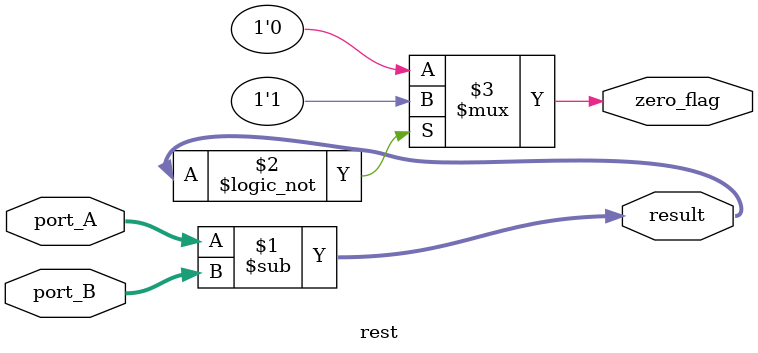
<source format=v>
module rest #(parameter DATA_WIDTH = 8)(
	//inputs
	input signed [(DATA_WIDTH-1) : 0] port_A,
	input signed [(DATA_WIDTH-1) : 0] port_B,
	//outputs
	output signed [(DATA_WIDTH) : 0] result,
	
	output zero_flag
);

assign result = port_A - port_B; 

assign zero_flag = (result==0)? 1'b1 : 1'b0;

endmodule 
</source>
